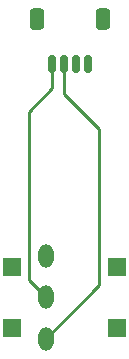
<source format=gbr>
%TF.GenerationSoftware,KiCad,Pcbnew,8.0.2*%
%TF.CreationDate,2024-10-24T00:18:05+02:00*%
%TF.ProjectId,leverBox,6c657665-7242-46f7-982e-6b696361645f,rev?*%
%TF.SameCoordinates,Original*%
%TF.FileFunction,Copper,L1,Top*%
%TF.FilePolarity,Positive*%
%FSLAX46Y46*%
G04 Gerber Fmt 4.6, Leading zero omitted, Abs format (unit mm)*
G04 Created by KiCad (PCBNEW 8.0.2) date 2024-10-24 00:18:05*
%MOMM*%
%LPD*%
G01*
G04 APERTURE LIST*
G04 Aperture macros list*
%AMRoundRect*
0 Rectangle with rounded corners*
0 $1 Rounding radius*
0 $2 $3 $4 $5 $6 $7 $8 $9 X,Y pos of 4 corners*
0 Add a 4 corners polygon primitive as box body*
4,1,4,$2,$3,$4,$5,$6,$7,$8,$9,$2,$3,0*
0 Add four circle primitives for the rounded corners*
1,1,$1+$1,$2,$3*
1,1,$1+$1,$4,$5*
1,1,$1+$1,$6,$7*
1,1,$1+$1,$8,$9*
0 Add four rect primitives between the rounded corners*
20,1,$1+$1,$2,$3,$4,$5,0*
20,1,$1+$1,$4,$5,$6,$7,0*
20,1,$1+$1,$6,$7,$8,$9,0*
20,1,$1+$1,$8,$9,$2,$3,0*%
G04 Aperture macros list end*
%TA.AperFunction,SMDPad,CuDef*%
%ADD10R,1.500000X1.500000*%
%TD*%
%TA.AperFunction,SMDPad,CuDef*%
%ADD11RoundRect,0.150000X0.150000X0.625000X-0.150000X0.625000X-0.150000X-0.625000X0.150000X-0.625000X0*%
%TD*%
%TA.AperFunction,SMDPad,CuDef*%
%ADD12RoundRect,0.250000X0.350000X0.650000X-0.350000X0.650000X-0.350000X-0.650000X0.350000X-0.650000X0*%
%TD*%
%TA.AperFunction,ComponentPad*%
%ADD13O,1.300000X2.000000*%
%TD*%
%TA.AperFunction,Conductor*%
%ADD14C,0.250000*%
%TD*%
G04 APERTURE END LIST*
D10*
%TO.P,REF\u002A\u002A,1*%
%TO.N,N/C*%
X110475000Y-148117000D03*
%TD*%
%TO.P,REF\u002A\u002A,1*%
%TO.N,N/C*%
X110475000Y-153324000D03*
%TD*%
D11*
%TO.P,J101,1,Pin_1*%
%TO.N,+5V*%
X108000000Y-131000000D03*
%TO.P,J101,2,Pin_2*%
%TO.N,unconnected-(J101-Pin_2-Pad2)*%
X107000000Y-131000000D03*
%TO.P,J101,3,Pin_3*%
%TO.N,Net-(J101-Pin_3)*%
X106000000Y-131000000D03*
%TO.P,J101,4,Pin_4*%
%TO.N,GND*%
X105000000Y-131000000D03*
D12*
%TO.P,J101,MP*%
%TO.N,N/C*%
X109300000Y-127125000D03*
X103700000Y-127125000D03*
%TD*%
D10*
%TO.P,REF\u002A\u002A,1*%
%TO.N,N/C*%
X101593000Y-153324000D03*
%TD*%
%TO.P,REF\u002A\u002A,1*%
%TO.N,N/C*%
X101593000Y-148117000D03*
%TD*%
D13*
%TO.P,SW1,3,C*%
%TO.N,Net-(J101-Pin_3)*%
X104500000Y-154210000D03*
%TO.P,SW1,2,B*%
%TO.N,GND*%
X104500000Y-150710000D03*
%TO.P,SW1,1,A*%
%TO.N,unconnected-(SW1-A-Pad1)*%
X104500000Y-147210000D03*
%TD*%
D14*
%TO.N,Net-(J101-Pin_3)*%
X109000000Y-136500000D02*
X106000000Y-133500000D01*
X106000000Y-133500000D02*
X106000000Y-131000000D01*
X109000000Y-149710000D02*
X109000000Y-136500000D01*
X104500000Y-154210000D02*
X109000000Y-149710000D01*
%TO.N,GND*%
X105000000Y-133000000D02*
X105000000Y-131000000D01*
X103000000Y-135000000D02*
X105000000Y-133000000D01*
X103000000Y-149210000D02*
X103000000Y-135000000D01*
X104500000Y-150710000D02*
X103000000Y-149210000D01*
%TD*%
M02*

</source>
